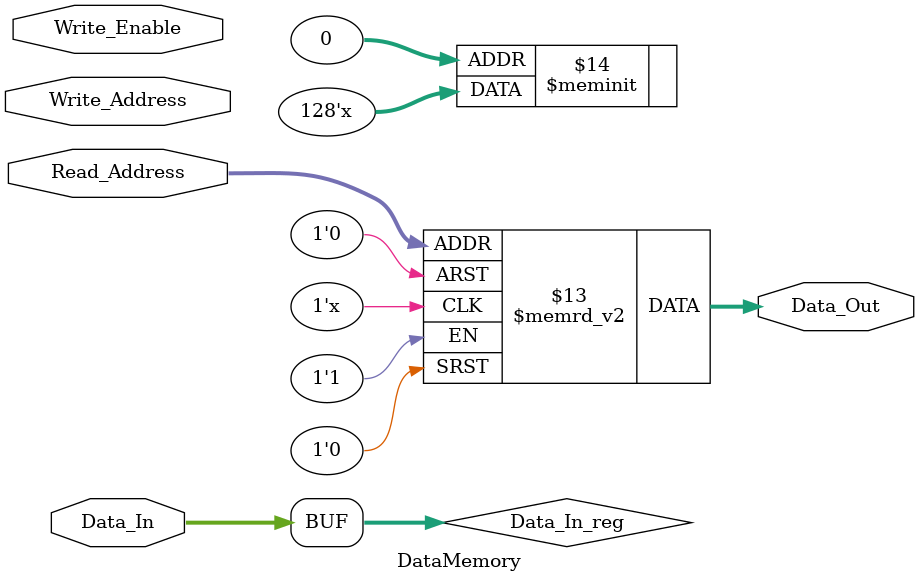
<source format=v>
module DataMemory (
    input  wire Write_Enable,
    input  wire [3:0] Write_Address,
    input  wire [3:0] Read_Address,
    input  wire  [7:0] Data_In,
    output reg  [7:0] Data_Out
);
    reg [7:0] DMEM [0:15];

	 wire [7:0] Data_In_reg;
	 assign Data_In_reg = Data_In;
    always @(Write_Enable, Write_Address, Read_Address, Data_In_reg) begin
        if (Write_Enable) begin
            DMEM[Write_Address] <= Data_In_reg;
        end
        Data_Out <= DMEM[Read_Address];
    end
	 
endmodule
</source>
